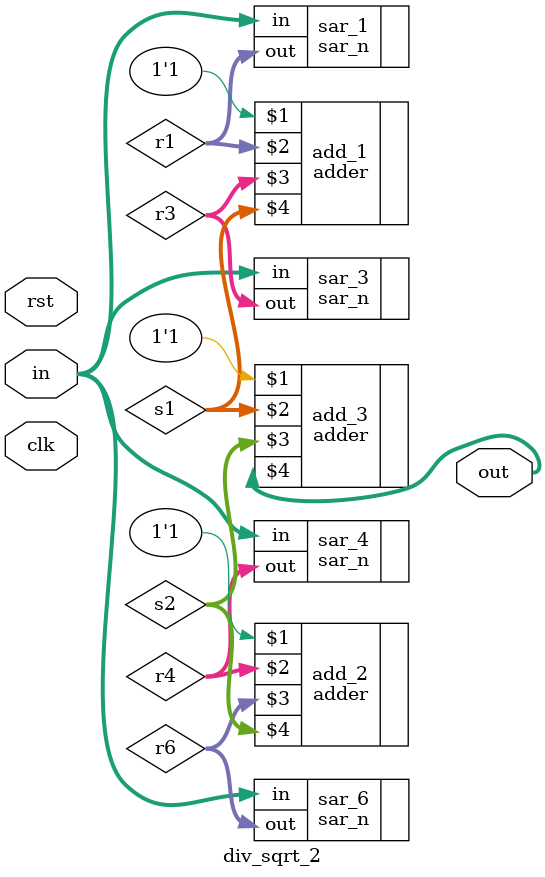
<source format=v>

module div_sqrt_2 #(parameter N = 3)
(
    input [(2 ** N) - 1 : 0] in,
    input clk, rst,
    output [(2 ** N) - 1 : 0] out
);
    wire [(2 ** N) - 1 : 0] r1, r3, r4, r6, r8, // arithmetic shifts
                            s1, s2, s3, s4, s5, s6, s7, s8; // temp values

    sar_n #(.N(N), .SHFT(1)) sar_1(.in(in), .out(r1));
    sar_n #(.N(N), .SHFT(3)) sar_3(.in(in), .out(r3));
    sar_n #(.N(N), .SHFT(4)) sar_4(.in(in), .out(r4));
    sar_n #(.N(N), .SHFT(6)) sar_6(.in(in), .out(r6));
    // sar_n #(.N(N), .SHFT(8)) sar_8(.in(in), .out(r8));

    adder #(.N(N)) add_1(1'b1, r1, r3, s1); // s1 = sar_1 + sar_3
    adder #(.N(N)) add_2(1'b1, r4, r6, s2); // s2 = sar_4 + sar_6

    // Synchronize the operations
    // reg_n #(.N(N)) rr_1(s1, clk, rst, s3); // s1 = sar_1 + sar_3 = s3
    // reg_n #(.N(N)) rr_2(s2, clk, rst, s4); // s2 = sar_4 + sar_6 = s4
    // reg_n #(.N(N)) rr_3(r8, clk, rst, s5); // s5 = sar_8

    // adder #(.N(N)) add_3(1'b1, s3, s4, s6); // s6 = sar_1 + sar_3 + sar_4 + sar_6
    // reg_n #(.N(N)) rr_4(s6, clk, rst, s7); // s7 = s6
    // reg_n #(.N(N)) rr_5(s5, clk, rst, s8); // s8 = s5

    adder #(.N(N)) add_3(1'b1, s1, s2, out);

endmodule

</source>
